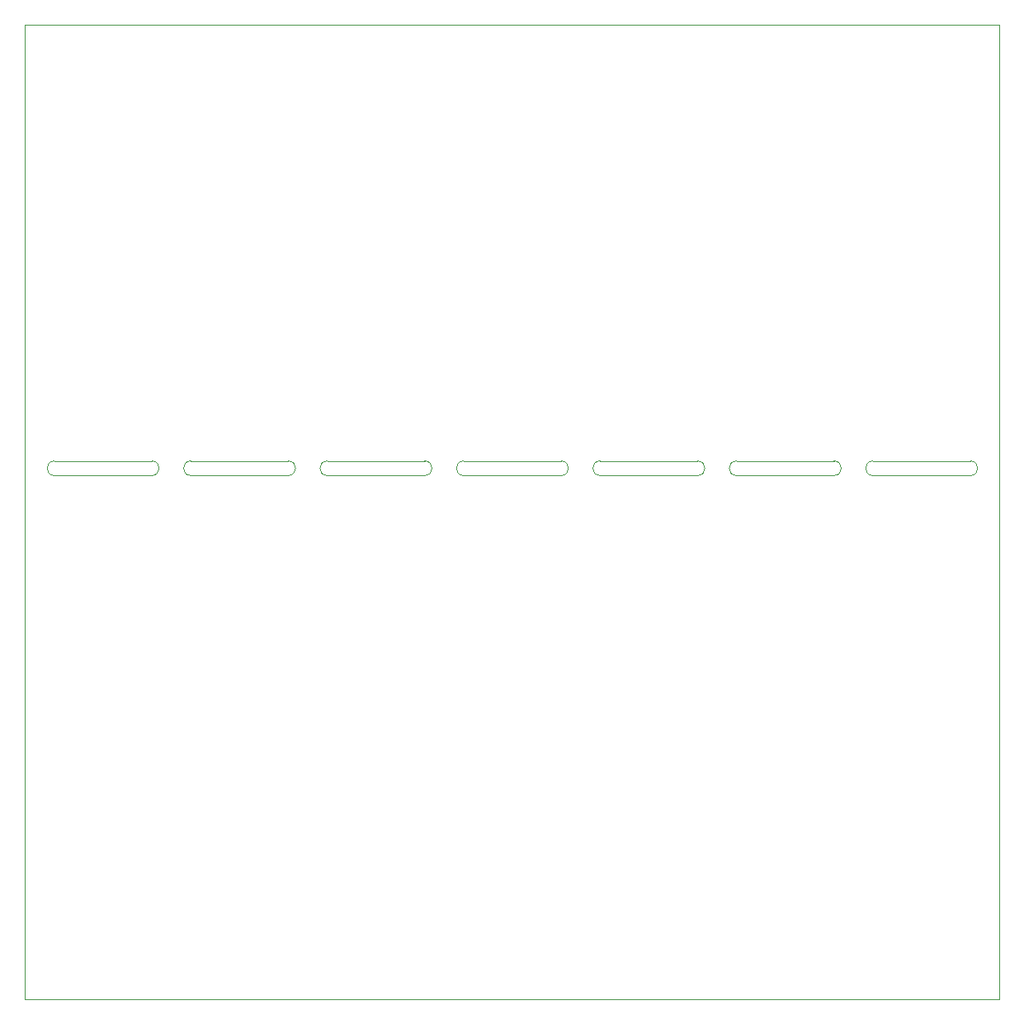
<source format=gbr>
G04 #@! TF.GenerationSoftware,KiCad,Pcbnew,5.1.5+dfsg1-2build2*
G04 #@! TF.CreationDate,2020-07-12T21:20:54-07:00*
G04 #@! TF.ProjectId,muSDRx,6d755344-5278-42e6-9b69-6361645f7063,0.1*
G04 #@! TF.SameCoordinates,Original*
G04 #@! TF.FileFunction,Profile,NP*
%FSLAX46Y46*%
G04 Gerber Fmt 4.6, Leading zero omitted, Abs format (unit mm)*
G04 Created by KiCad (PCBNEW 5.1.5+dfsg1-2build2) date 2020-07-12 21:20:54*
%MOMM*%
%LPD*%
G04 APERTURE LIST*
%ADD10C,0.050000*%
G04 APERTURE END LIST*
D10*
X147050000Y-94750000D02*
G75*
G02X147050000Y-96250000I0J-750000D01*
G01*
X137050000Y-96250000D02*
G75*
G02X137050000Y-94750000I0J750000D01*
G01*
X147050000Y-94750000D02*
X137050000Y-94750000D01*
X137050000Y-96250000D02*
X147050000Y-96250000D01*
X123050000Y-96250000D02*
G75*
G02X123050000Y-94750000I0J750000D01*
G01*
X133050000Y-94750000D02*
X123050000Y-94750000D01*
X133050000Y-94750000D02*
G75*
G02X133050000Y-96250000I0J-750000D01*
G01*
X123050000Y-96250000D02*
X133050000Y-96250000D01*
X109050000Y-96250000D02*
G75*
G02X109050000Y-94750000I0J750000D01*
G01*
X119050000Y-94750000D02*
G75*
G02X119050000Y-96250000I0J-750000D01*
G01*
X119050000Y-94750000D02*
X109050000Y-94750000D01*
X109050000Y-96250000D02*
X119050000Y-96250000D01*
X105050000Y-94750000D02*
G75*
G02X105050000Y-96250000I0J-750000D01*
G01*
X105050000Y-94750000D02*
X95050000Y-94750000D01*
X95050000Y-96250000D02*
G75*
G02X95050000Y-94750000I0J750000D01*
G01*
X95050000Y-96250000D02*
X105050000Y-96250000D01*
X81050000Y-96250000D02*
G75*
G02X81050000Y-94750000I0J750000D01*
G01*
X81050000Y-96250000D02*
X91050000Y-96250000D01*
X91050000Y-94750000D02*
X81050000Y-94750000D01*
X91050000Y-94750000D02*
G75*
G02X91050000Y-96250000I0J-750000D01*
G01*
X67050000Y-96250000D02*
X77050000Y-96250000D01*
X77050000Y-94750000D02*
X67050000Y-94750000D01*
X67050000Y-96250000D02*
G75*
G02X67050000Y-94750000I0J750000D01*
G01*
X77050000Y-94750000D02*
G75*
G02X77050000Y-96250000I0J-750000D01*
G01*
X53050000Y-96250000D02*
X63050000Y-96250000D01*
X53050000Y-96250000D02*
G75*
G02X53050000Y-94750000I0J750000D01*
G01*
X63050000Y-94750000D02*
X53050000Y-94750000D01*
X63050000Y-94750000D02*
G75*
G02X63050000Y-96250000I0J-750000D01*
G01*
X50000000Y-150000000D02*
X50000000Y-50000000D01*
X150000000Y-150000000D02*
X50000000Y-150000000D01*
X150000000Y-50000000D02*
X150000000Y-150000000D01*
X50000000Y-50000000D02*
X150000000Y-50000000D01*
M02*

</source>
